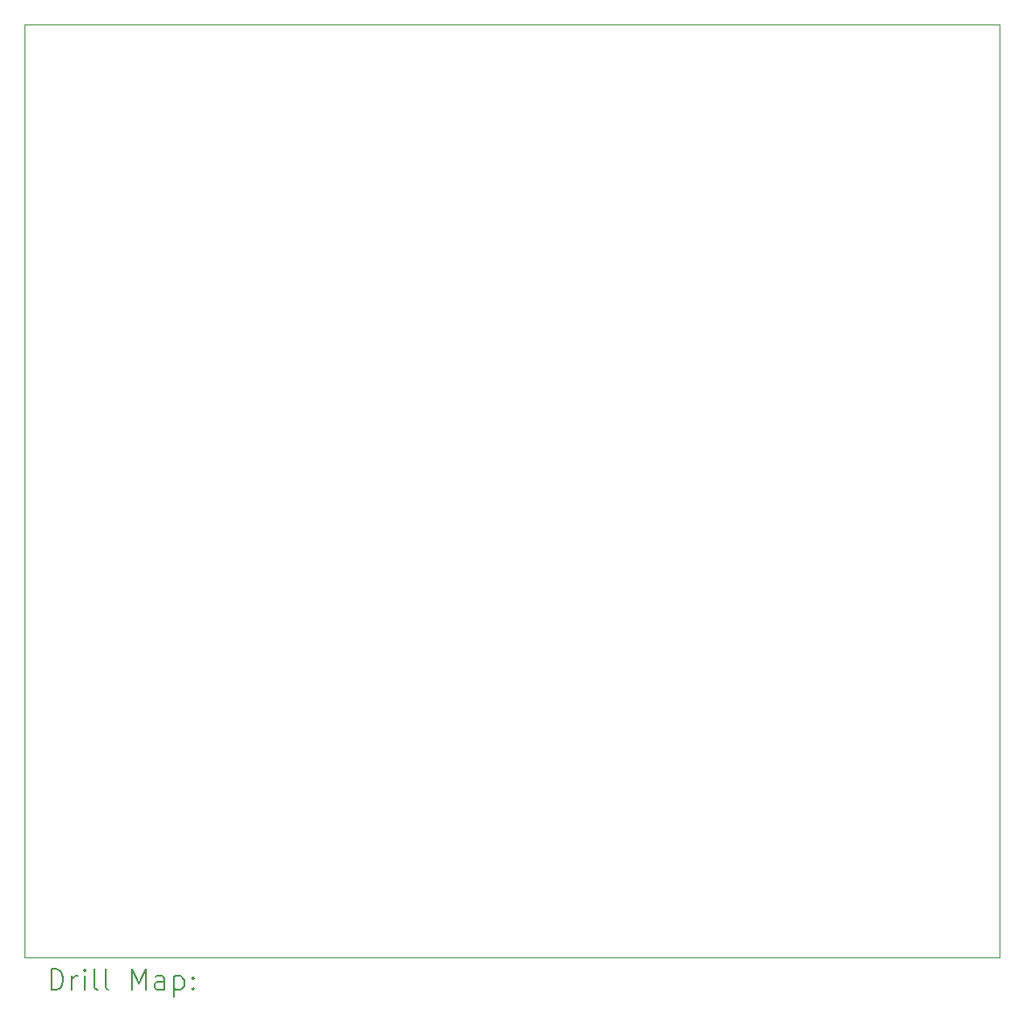
<source format=gbr>
%TF.GenerationSoftware,KiCad,Pcbnew,8.0.6*%
%TF.CreationDate,2025-01-02T11:45:37+01:00*%
%TF.ProjectId,Pcb pami 2025,50636220-7061-46d6-9920-323032352e6b,rev?*%
%TF.SameCoordinates,Original*%
%TF.FileFunction,Drillmap*%
%TF.FilePolarity,Positive*%
%FSLAX45Y45*%
G04 Gerber Fmt 4.5, Leading zero omitted, Abs format (unit mm)*
G04 Created by KiCad (PCBNEW 8.0.6) date 2025-01-02 11:45:37*
%MOMM*%
%LPD*%
G01*
G04 APERTURE LIST*
%ADD10C,0.050000*%
%ADD11C,0.200000*%
G04 APERTURE END LIST*
D10*
X6175000Y-2046000D02*
X15622369Y-2046000D01*
X15622369Y-11088369D01*
X6175000Y-11088369D01*
X6175000Y-2046000D01*
D11*
X6433277Y-11402353D02*
X6433277Y-11202353D01*
X6433277Y-11202353D02*
X6480896Y-11202353D01*
X6480896Y-11202353D02*
X6509467Y-11211877D01*
X6509467Y-11211877D02*
X6528515Y-11230924D01*
X6528515Y-11230924D02*
X6538039Y-11249972D01*
X6538039Y-11249972D02*
X6547562Y-11288067D01*
X6547562Y-11288067D02*
X6547562Y-11316639D01*
X6547562Y-11316639D02*
X6538039Y-11354734D01*
X6538039Y-11354734D02*
X6528515Y-11373781D01*
X6528515Y-11373781D02*
X6509467Y-11392829D01*
X6509467Y-11392829D02*
X6480896Y-11402353D01*
X6480896Y-11402353D02*
X6433277Y-11402353D01*
X6633277Y-11402353D02*
X6633277Y-11269020D01*
X6633277Y-11307115D02*
X6642801Y-11288067D01*
X6642801Y-11288067D02*
X6652324Y-11278543D01*
X6652324Y-11278543D02*
X6671372Y-11269020D01*
X6671372Y-11269020D02*
X6690420Y-11269020D01*
X6757086Y-11402353D02*
X6757086Y-11269020D01*
X6757086Y-11202353D02*
X6747562Y-11211877D01*
X6747562Y-11211877D02*
X6757086Y-11221401D01*
X6757086Y-11221401D02*
X6766610Y-11211877D01*
X6766610Y-11211877D02*
X6757086Y-11202353D01*
X6757086Y-11202353D02*
X6757086Y-11221401D01*
X6880896Y-11402353D02*
X6861848Y-11392829D01*
X6861848Y-11392829D02*
X6852324Y-11373781D01*
X6852324Y-11373781D02*
X6852324Y-11202353D01*
X6985658Y-11402353D02*
X6966610Y-11392829D01*
X6966610Y-11392829D02*
X6957086Y-11373781D01*
X6957086Y-11373781D02*
X6957086Y-11202353D01*
X7214229Y-11402353D02*
X7214229Y-11202353D01*
X7214229Y-11202353D02*
X7280896Y-11345210D01*
X7280896Y-11345210D02*
X7347562Y-11202353D01*
X7347562Y-11202353D02*
X7347562Y-11402353D01*
X7528515Y-11402353D02*
X7528515Y-11297591D01*
X7528515Y-11297591D02*
X7518991Y-11278543D01*
X7518991Y-11278543D02*
X7499943Y-11269020D01*
X7499943Y-11269020D02*
X7461848Y-11269020D01*
X7461848Y-11269020D02*
X7442801Y-11278543D01*
X7528515Y-11392829D02*
X7509467Y-11402353D01*
X7509467Y-11402353D02*
X7461848Y-11402353D01*
X7461848Y-11402353D02*
X7442801Y-11392829D01*
X7442801Y-11392829D02*
X7433277Y-11373781D01*
X7433277Y-11373781D02*
X7433277Y-11354734D01*
X7433277Y-11354734D02*
X7442801Y-11335686D01*
X7442801Y-11335686D02*
X7461848Y-11326162D01*
X7461848Y-11326162D02*
X7509467Y-11326162D01*
X7509467Y-11326162D02*
X7528515Y-11316639D01*
X7623753Y-11269020D02*
X7623753Y-11469020D01*
X7623753Y-11278543D02*
X7642801Y-11269020D01*
X7642801Y-11269020D02*
X7680896Y-11269020D01*
X7680896Y-11269020D02*
X7699943Y-11278543D01*
X7699943Y-11278543D02*
X7709467Y-11288067D01*
X7709467Y-11288067D02*
X7718991Y-11307115D01*
X7718991Y-11307115D02*
X7718991Y-11364258D01*
X7718991Y-11364258D02*
X7709467Y-11383305D01*
X7709467Y-11383305D02*
X7699943Y-11392829D01*
X7699943Y-11392829D02*
X7680896Y-11402353D01*
X7680896Y-11402353D02*
X7642801Y-11402353D01*
X7642801Y-11402353D02*
X7623753Y-11392829D01*
X7804705Y-11383305D02*
X7814229Y-11392829D01*
X7814229Y-11392829D02*
X7804705Y-11402353D01*
X7804705Y-11402353D02*
X7795182Y-11392829D01*
X7795182Y-11392829D02*
X7804705Y-11383305D01*
X7804705Y-11383305D02*
X7804705Y-11402353D01*
X7804705Y-11278543D02*
X7814229Y-11288067D01*
X7814229Y-11288067D02*
X7804705Y-11297591D01*
X7804705Y-11297591D02*
X7795182Y-11288067D01*
X7795182Y-11288067D02*
X7804705Y-11278543D01*
X7804705Y-11278543D02*
X7804705Y-11297591D01*
M02*

</source>
